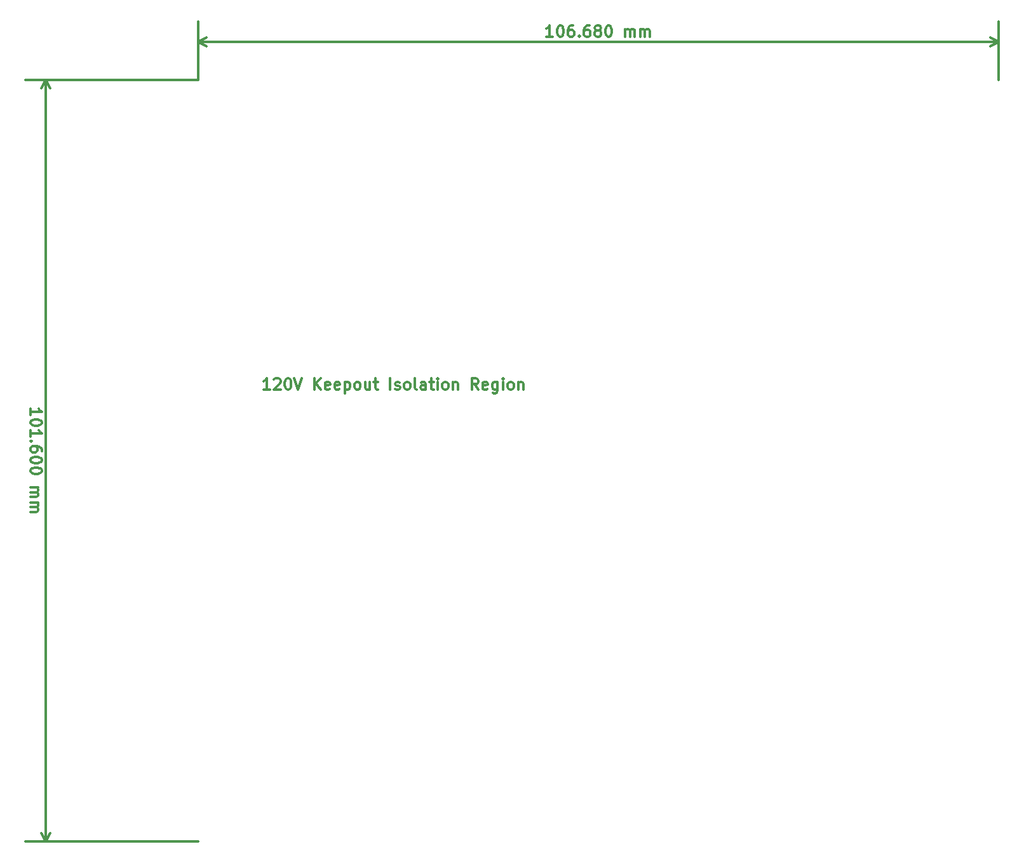
<source format=gbr>
G04 #@! TF.FileFunction,Other,Comment*
%FSLAX46Y46*%
G04 Gerber Fmt 4.6, Leading zero omitted, Abs format (unit mm)*
G04 Created by KiCad (PCBNEW 4.0.7) date 04/11/19 03:01:07*
%MOMM*%
%LPD*%
G01*
G04 APERTURE LIST*
%ADD10C,0.100000*%
%ADD11C,0.300000*%
G04 APERTURE END LIST*
D10*
D11*
X20831430Y-65048573D02*
X20831430Y-64191430D01*
X20831430Y-64620002D02*
X22331430Y-64620002D01*
X22117144Y-64477145D01*
X21974287Y-64334287D01*
X21902858Y-64191430D01*
X22331430Y-65977144D02*
X22331430Y-66120001D01*
X22260001Y-66262858D01*
X22188572Y-66334287D01*
X22045715Y-66405716D01*
X21760001Y-66477144D01*
X21402858Y-66477144D01*
X21117144Y-66405716D01*
X20974287Y-66334287D01*
X20902858Y-66262858D01*
X20831430Y-66120001D01*
X20831430Y-65977144D01*
X20902858Y-65834287D01*
X20974287Y-65762858D01*
X21117144Y-65691430D01*
X21402858Y-65620001D01*
X21760001Y-65620001D01*
X22045715Y-65691430D01*
X22188572Y-65762858D01*
X22260001Y-65834287D01*
X22331430Y-65977144D01*
X20831430Y-67905715D02*
X20831430Y-67048572D01*
X20831430Y-67477144D02*
X22331430Y-67477144D01*
X22117144Y-67334287D01*
X21974287Y-67191429D01*
X21902858Y-67048572D01*
X20974287Y-68548572D02*
X20902858Y-68620000D01*
X20831430Y-68548572D01*
X20902858Y-68477143D01*
X20974287Y-68548572D01*
X20831430Y-68548572D01*
X22331430Y-69905715D02*
X22331430Y-69620001D01*
X22260001Y-69477144D01*
X22188572Y-69405715D01*
X21974287Y-69262858D01*
X21688572Y-69191429D01*
X21117144Y-69191429D01*
X20974287Y-69262858D01*
X20902858Y-69334286D01*
X20831430Y-69477144D01*
X20831430Y-69762858D01*
X20902858Y-69905715D01*
X20974287Y-69977144D01*
X21117144Y-70048572D01*
X21474287Y-70048572D01*
X21617144Y-69977144D01*
X21688572Y-69905715D01*
X21760001Y-69762858D01*
X21760001Y-69477144D01*
X21688572Y-69334286D01*
X21617144Y-69262858D01*
X21474287Y-69191429D01*
X22331430Y-70977143D02*
X22331430Y-71120000D01*
X22260001Y-71262857D01*
X22188572Y-71334286D01*
X22045715Y-71405715D01*
X21760001Y-71477143D01*
X21402858Y-71477143D01*
X21117144Y-71405715D01*
X20974287Y-71334286D01*
X20902858Y-71262857D01*
X20831430Y-71120000D01*
X20831430Y-70977143D01*
X20902858Y-70834286D01*
X20974287Y-70762857D01*
X21117144Y-70691429D01*
X21402858Y-70620000D01*
X21760001Y-70620000D01*
X22045715Y-70691429D01*
X22188572Y-70762857D01*
X22260001Y-70834286D01*
X22331430Y-70977143D01*
X22331430Y-72405714D02*
X22331430Y-72548571D01*
X22260001Y-72691428D01*
X22188572Y-72762857D01*
X22045715Y-72834286D01*
X21760001Y-72905714D01*
X21402858Y-72905714D01*
X21117144Y-72834286D01*
X20974287Y-72762857D01*
X20902858Y-72691428D01*
X20831430Y-72548571D01*
X20831430Y-72405714D01*
X20902858Y-72262857D01*
X20974287Y-72191428D01*
X21117144Y-72120000D01*
X21402858Y-72048571D01*
X21760001Y-72048571D01*
X22045715Y-72120000D01*
X22188572Y-72191428D01*
X22260001Y-72262857D01*
X22331430Y-72405714D01*
X20831430Y-74691428D02*
X21831430Y-74691428D01*
X21688572Y-74691428D02*
X21760001Y-74762856D01*
X21831430Y-74905714D01*
X21831430Y-75119999D01*
X21760001Y-75262856D01*
X21617144Y-75334285D01*
X20831430Y-75334285D01*
X21617144Y-75334285D02*
X21760001Y-75405714D01*
X21831430Y-75548571D01*
X21831430Y-75762856D01*
X21760001Y-75905714D01*
X21617144Y-75977142D01*
X20831430Y-75977142D01*
X20831430Y-76691428D02*
X21831430Y-76691428D01*
X21688572Y-76691428D02*
X21760001Y-76762856D01*
X21831430Y-76905714D01*
X21831430Y-77119999D01*
X21760001Y-77262856D01*
X21617144Y-77334285D01*
X20831430Y-77334285D01*
X21617144Y-77334285D02*
X21760001Y-77405714D01*
X21831430Y-77548571D01*
X21831430Y-77762856D01*
X21760001Y-77905714D01*
X21617144Y-77977142D01*
X20831430Y-77977142D01*
X22860001Y-20320000D02*
X22860001Y-121920000D01*
X43180000Y-20320000D02*
X20160001Y-20320000D01*
X43180000Y-121920000D02*
X20160001Y-121920000D01*
X22860001Y-121920000D02*
X22273580Y-120793496D01*
X22860001Y-121920000D02*
X23446422Y-120793496D01*
X22860001Y-20320000D02*
X22273580Y-21446504D01*
X22860001Y-20320000D02*
X23446422Y-21446504D01*
X90448573Y-14568572D02*
X89591430Y-14568572D01*
X90020002Y-14568572D02*
X90020002Y-13068572D01*
X89877145Y-13282858D01*
X89734287Y-13425715D01*
X89591430Y-13497144D01*
X91377144Y-13068572D02*
X91520001Y-13068572D01*
X91662858Y-13140001D01*
X91734287Y-13211430D01*
X91805716Y-13354287D01*
X91877144Y-13640001D01*
X91877144Y-13997144D01*
X91805716Y-14282858D01*
X91734287Y-14425715D01*
X91662858Y-14497144D01*
X91520001Y-14568572D01*
X91377144Y-14568572D01*
X91234287Y-14497144D01*
X91162858Y-14425715D01*
X91091430Y-14282858D01*
X91020001Y-13997144D01*
X91020001Y-13640001D01*
X91091430Y-13354287D01*
X91162858Y-13211430D01*
X91234287Y-13140001D01*
X91377144Y-13068572D01*
X93162858Y-13068572D02*
X92877144Y-13068572D01*
X92734287Y-13140001D01*
X92662858Y-13211430D01*
X92520001Y-13425715D01*
X92448572Y-13711430D01*
X92448572Y-14282858D01*
X92520001Y-14425715D01*
X92591429Y-14497144D01*
X92734287Y-14568572D01*
X93020001Y-14568572D01*
X93162858Y-14497144D01*
X93234287Y-14425715D01*
X93305715Y-14282858D01*
X93305715Y-13925715D01*
X93234287Y-13782858D01*
X93162858Y-13711430D01*
X93020001Y-13640001D01*
X92734287Y-13640001D01*
X92591429Y-13711430D01*
X92520001Y-13782858D01*
X92448572Y-13925715D01*
X93948572Y-14425715D02*
X94020000Y-14497144D01*
X93948572Y-14568572D01*
X93877143Y-14497144D01*
X93948572Y-14425715D01*
X93948572Y-14568572D01*
X95305715Y-13068572D02*
X95020001Y-13068572D01*
X94877144Y-13140001D01*
X94805715Y-13211430D01*
X94662858Y-13425715D01*
X94591429Y-13711430D01*
X94591429Y-14282858D01*
X94662858Y-14425715D01*
X94734286Y-14497144D01*
X94877144Y-14568572D01*
X95162858Y-14568572D01*
X95305715Y-14497144D01*
X95377144Y-14425715D01*
X95448572Y-14282858D01*
X95448572Y-13925715D01*
X95377144Y-13782858D01*
X95305715Y-13711430D01*
X95162858Y-13640001D01*
X94877144Y-13640001D01*
X94734286Y-13711430D01*
X94662858Y-13782858D01*
X94591429Y-13925715D01*
X96305715Y-13711430D02*
X96162857Y-13640001D01*
X96091429Y-13568572D01*
X96020000Y-13425715D01*
X96020000Y-13354287D01*
X96091429Y-13211430D01*
X96162857Y-13140001D01*
X96305715Y-13068572D01*
X96591429Y-13068572D01*
X96734286Y-13140001D01*
X96805715Y-13211430D01*
X96877143Y-13354287D01*
X96877143Y-13425715D01*
X96805715Y-13568572D01*
X96734286Y-13640001D01*
X96591429Y-13711430D01*
X96305715Y-13711430D01*
X96162857Y-13782858D01*
X96091429Y-13854287D01*
X96020000Y-13997144D01*
X96020000Y-14282858D01*
X96091429Y-14425715D01*
X96162857Y-14497144D01*
X96305715Y-14568572D01*
X96591429Y-14568572D01*
X96734286Y-14497144D01*
X96805715Y-14425715D01*
X96877143Y-14282858D01*
X96877143Y-13997144D01*
X96805715Y-13854287D01*
X96734286Y-13782858D01*
X96591429Y-13711430D01*
X97805714Y-13068572D02*
X97948571Y-13068572D01*
X98091428Y-13140001D01*
X98162857Y-13211430D01*
X98234286Y-13354287D01*
X98305714Y-13640001D01*
X98305714Y-13997144D01*
X98234286Y-14282858D01*
X98162857Y-14425715D01*
X98091428Y-14497144D01*
X97948571Y-14568572D01*
X97805714Y-14568572D01*
X97662857Y-14497144D01*
X97591428Y-14425715D01*
X97520000Y-14282858D01*
X97448571Y-13997144D01*
X97448571Y-13640001D01*
X97520000Y-13354287D01*
X97591428Y-13211430D01*
X97662857Y-13140001D01*
X97805714Y-13068572D01*
X100091428Y-14568572D02*
X100091428Y-13568572D01*
X100091428Y-13711430D02*
X100162856Y-13640001D01*
X100305714Y-13568572D01*
X100519999Y-13568572D01*
X100662856Y-13640001D01*
X100734285Y-13782858D01*
X100734285Y-14568572D01*
X100734285Y-13782858D02*
X100805714Y-13640001D01*
X100948571Y-13568572D01*
X101162856Y-13568572D01*
X101305714Y-13640001D01*
X101377142Y-13782858D01*
X101377142Y-14568572D01*
X102091428Y-14568572D02*
X102091428Y-13568572D01*
X102091428Y-13711430D02*
X102162856Y-13640001D01*
X102305714Y-13568572D01*
X102519999Y-13568572D01*
X102662856Y-13640001D01*
X102734285Y-13782858D01*
X102734285Y-14568572D01*
X102734285Y-13782858D02*
X102805714Y-13640001D01*
X102948571Y-13568572D01*
X103162856Y-13568572D01*
X103305714Y-13640001D01*
X103377142Y-13782858D01*
X103377142Y-14568572D01*
X149860000Y-15240001D02*
X43180000Y-15240001D01*
X149860000Y-20320000D02*
X149860000Y-12540001D01*
X43180000Y-20320000D02*
X43180000Y-12540001D01*
X43180000Y-15240001D02*
X44306504Y-14653580D01*
X43180000Y-15240001D02*
X44306504Y-15826422D01*
X149860000Y-15240001D02*
X148733496Y-14653580D01*
X149860000Y-15240001D02*
X148733496Y-15826422D01*
X52715000Y-61638571D02*
X51857857Y-61638571D01*
X52286429Y-61638571D02*
X52286429Y-60138571D01*
X52143572Y-60352857D01*
X52000714Y-60495714D01*
X51857857Y-60567143D01*
X53286428Y-60281429D02*
X53357857Y-60210000D01*
X53500714Y-60138571D01*
X53857857Y-60138571D01*
X54000714Y-60210000D01*
X54072143Y-60281429D01*
X54143571Y-60424286D01*
X54143571Y-60567143D01*
X54072143Y-60781429D01*
X53215000Y-61638571D01*
X54143571Y-61638571D01*
X55072142Y-60138571D02*
X55214999Y-60138571D01*
X55357856Y-60210000D01*
X55429285Y-60281429D01*
X55500714Y-60424286D01*
X55572142Y-60710000D01*
X55572142Y-61067143D01*
X55500714Y-61352857D01*
X55429285Y-61495714D01*
X55357856Y-61567143D01*
X55214999Y-61638571D01*
X55072142Y-61638571D01*
X54929285Y-61567143D01*
X54857856Y-61495714D01*
X54786428Y-61352857D01*
X54714999Y-61067143D01*
X54714999Y-60710000D01*
X54786428Y-60424286D01*
X54857856Y-60281429D01*
X54929285Y-60210000D01*
X55072142Y-60138571D01*
X56000713Y-60138571D02*
X56500713Y-61638571D01*
X57000713Y-60138571D01*
X58643570Y-61638571D02*
X58643570Y-60138571D01*
X59500713Y-61638571D02*
X58857856Y-60781429D01*
X59500713Y-60138571D02*
X58643570Y-60995714D01*
X60714998Y-61567143D02*
X60572141Y-61638571D01*
X60286427Y-61638571D01*
X60143570Y-61567143D01*
X60072141Y-61424286D01*
X60072141Y-60852857D01*
X60143570Y-60710000D01*
X60286427Y-60638571D01*
X60572141Y-60638571D01*
X60714998Y-60710000D01*
X60786427Y-60852857D01*
X60786427Y-60995714D01*
X60072141Y-61138571D01*
X62000712Y-61567143D02*
X61857855Y-61638571D01*
X61572141Y-61638571D01*
X61429284Y-61567143D01*
X61357855Y-61424286D01*
X61357855Y-60852857D01*
X61429284Y-60710000D01*
X61572141Y-60638571D01*
X61857855Y-60638571D01*
X62000712Y-60710000D01*
X62072141Y-60852857D01*
X62072141Y-60995714D01*
X61357855Y-61138571D01*
X62714998Y-60638571D02*
X62714998Y-62138571D01*
X62714998Y-60710000D02*
X62857855Y-60638571D01*
X63143569Y-60638571D01*
X63286426Y-60710000D01*
X63357855Y-60781429D01*
X63429284Y-60924286D01*
X63429284Y-61352857D01*
X63357855Y-61495714D01*
X63286426Y-61567143D01*
X63143569Y-61638571D01*
X62857855Y-61638571D01*
X62714998Y-61567143D01*
X64286427Y-61638571D02*
X64143569Y-61567143D01*
X64072141Y-61495714D01*
X64000712Y-61352857D01*
X64000712Y-60924286D01*
X64072141Y-60781429D01*
X64143569Y-60710000D01*
X64286427Y-60638571D01*
X64500712Y-60638571D01*
X64643569Y-60710000D01*
X64714998Y-60781429D01*
X64786427Y-60924286D01*
X64786427Y-61352857D01*
X64714998Y-61495714D01*
X64643569Y-61567143D01*
X64500712Y-61638571D01*
X64286427Y-61638571D01*
X66072141Y-60638571D02*
X66072141Y-61638571D01*
X65429284Y-60638571D02*
X65429284Y-61424286D01*
X65500712Y-61567143D01*
X65643570Y-61638571D01*
X65857855Y-61638571D01*
X66000712Y-61567143D01*
X66072141Y-61495714D01*
X66572141Y-60638571D02*
X67143570Y-60638571D01*
X66786427Y-60138571D02*
X66786427Y-61424286D01*
X66857855Y-61567143D01*
X67000713Y-61638571D01*
X67143570Y-61638571D01*
X68786427Y-61638571D02*
X68786427Y-60138571D01*
X69429284Y-61567143D02*
X69572141Y-61638571D01*
X69857856Y-61638571D01*
X70000713Y-61567143D01*
X70072141Y-61424286D01*
X70072141Y-61352857D01*
X70000713Y-61210000D01*
X69857856Y-61138571D01*
X69643570Y-61138571D01*
X69500713Y-61067143D01*
X69429284Y-60924286D01*
X69429284Y-60852857D01*
X69500713Y-60710000D01*
X69643570Y-60638571D01*
X69857856Y-60638571D01*
X70000713Y-60710000D01*
X70929285Y-61638571D02*
X70786427Y-61567143D01*
X70714999Y-61495714D01*
X70643570Y-61352857D01*
X70643570Y-60924286D01*
X70714999Y-60781429D01*
X70786427Y-60710000D01*
X70929285Y-60638571D01*
X71143570Y-60638571D01*
X71286427Y-60710000D01*
X71357856Y-60781429D01*
X71429285Y-60924286D01*
X71429285Y-61352857D01*
X71357856Y-61495714D01*
X71286427Y-61567143D01*
X71143570Y-61638571D01*
X70929285Y-61638571D01*
X72286428Y-61638571D02*
X72143570Y-61567143D01*
X72072142Y-61424286D01*
X72072142Y-60138571D01*
X73500713Y-61638571D02*
X73500713Y-60852857D01*
X73429284Y-60710000D01*
X73286427Y-60638571D01*
X73000713Y-60638571D01*
X72857856Y-60710000D01*
X73500713Y-61567143D02*
X73357856Y-61638571D01*
X73000713Y-61638571D01*
X72857856Y-61567143D01*
X72786427Y-61424286D01*
X72786427Y-61281429D01*
X72857856Y-61138571D01*
X73000713Y-61067143D01*
X73357856Y-61067143D01*
X73500713Y-60995714D01*
X74000713Y-60638571D02*
X74572142Y-60638571D01*
X74214999Y-60138571D02*
X74214999Y-61424286D01*
X74286427Y-61567143D01*
X74429285Y-61638571D01*
X74572142Y-61638571D01*
X75072142Y-61638571D02*
X75072142Y-60638571D01*
X75072142Y-60138571D02*
X75000713Y-60210000D01*
X75072142Y-60281429D01*
X75143570Y-60210000D01*
X75072142Y-60138571D01*
X75072142Y-60281429D01*
X76000714Y-61638571D02*
X75857856Y-61567143D01*
X75786428Y-61495714D01*
X75714999Y-61352857D01*
X75714999Y-60924286D01*
X75786428Y-60781429D01*
X75857856Y-60710000D01*
X76000714Y-60638571D01*
X76214999Y-60638571D01*
X76357856Y-60710000D01*
X76429285Y-60781429D01*
X76500714Y-60924286D01*
X76500714Y-61352857D01*
X76429285Y-61495714D01*
X76357856Y-61567143D01*
X76214999Y-61638571D01*
X76000714Y-61638571D01*
X77143571Y-60638571D02*
X77143571Y-61638571D01*
X77143571Y-60781429D02*
X77214999Y-60710000D01*
X77357857Y-60638571D01*
X77572142Y-60638571D01*
X77714999Y-60710000D01*
X77786428Y-60852857D01*
X77786428Y-61638571D01*
X80500714Y-61638571D02*
X80000714Y-60924286D01*
X79643571Y-61638571D02*
X79643571Y-60138571D01*
X80214999Y-60138571D01*
X80357857Y-60210000D01*
X80429285Y-60281429D01*
X80500714Y-60424286D01*
X80500714Y-60638571D01*
X80429285Y-60781429D01*
X80357857Y-60852857D01*
X80214999Y-60924286D01*
X79643571Y-60924286D01*
X81714999Y-61567143D02*
X81572142Y-61638571D01*
X81286428Y-61638571D01*
X81143571Y-61567143D01*
X81072142Y-61424286D01*
X81072142Y-60852857D01*
X81143571Y-60710000D01*
X81286428Y-60638571D01*
X81572142Y-60638571D01*
X81714999Y-60710000D01*
X81786428Y-60852857D01*
X81786428Y-60995714D01*
X81072142Y-61138571D01*
X83072142Y-60638571D02*
X83072142Y-61852857D01*
X83000713Y-61995714D01*
X82929285Y-62067143D01*
X82786428Y-62138571D01*
X82572142Y-62138571D01*
X82429285Y-62067143D01*
X83072142Y-61567143D02*
X82929285Y-61638571D01*
X82643571Y-61638571D01*
X82500713Y-61567143D01*
X82429285Y-61495714D01*
X82357856Y-61352857D01*
X82357856Y-60924286D01*
X82429285Y-60781429D01*
X82500713Y-60710000D01*
X82643571Y-60638571D01*
X82929285Y-60638571D01*
X83072142Y-60710000D01*
X83786428Y-61638571D02*
X83786428Y-60638571D01*
X83786428Y-60138571D02*
X83714999Y-60210000D01*
X83786428Y-60281429D01*
X83857856Y-60210000D01*
X83786428Y-60138571D01*
X83786428Y-60281429D01*
X84715000Y-61638571D02*
X84572142Y-61567143D01*
X84500714Y-61495714D01*
X84429285Y-61352857D01*
X84429285Y-60924286D01*
X84500714Y-60781429D01*
X84572142Y-60710000D01*
X84715000Y-60638571D01*
X84929285Y-60638571D01*
X85072142Y-60710000D01*
X85143571Y-60781429D01*
X85215000Y-60924286D01*
X85215000Y-61352857D01*
X85143571Y-61495714D01*
X85072142Y-61567143D01*
X84929285Y-61638571D01*
X84715000Y-61638571D01*
X85857857Y-60638571D02*
X85857857Y-61638571D01*
X85857857Y-60781429D02*
X85929285Y-60710000D01*
X86072143Y-60638571D01*
X86286428Y-60638571D01*
X86429285Y-60710000D01*
X86500714Y-60852857D01*
X86500714Y-61638571D01*
M02*

</source>
